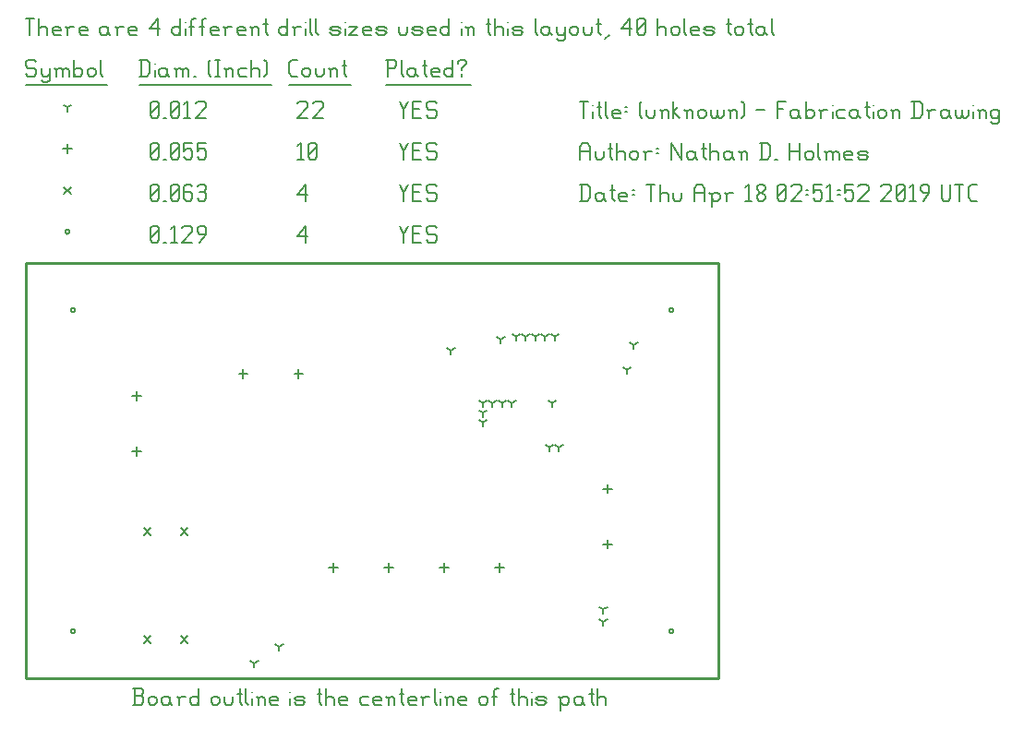
<source format=gbr>
G04 start of page 12 for group -3984 idx -3984 *
G04 Title: (unknown), fab *
G04 Creator: pcb 4.0.2 *
G04 CreationDate: Thu Apr 18 02:51:52 2019 UTC *
G04 For: ndholmes *
G04 Format: Gerber/RS-274X *
G04 PCB-Dimensions (mil): 2500.00 1500.00 *
G04 PCB-Coordinate-Origin: lower left *
%MOIN*%
%FSLAX25Y25*%
%LNFAB*%
%ADD54C,0.0100*%
%ADD53C,0.0075*%
%ADD52C,0.0060*%
%ADD51R,0.0080X0.0080*%
G54D51*X232200Y133000D02*G75*G03X233800Y133000I800J0D01*G01*
G75*G03X232200Y133000I-800J0D01*G01*
X16200Y17000D02*G75*G03X17800Y17000I800J0D01*G01*
G75*G03X16200Y17000I-800J0D01*G01*
Y133000D02*G75*G03X17800Y133000I800J0D01*G01*
G75*G03X16200Y133000I-800J0D01*G01*
X232200Y17000D02*G75*G03X233800Y17000I800J0D01*G01*
G75*G03X232200Y17000I-800J0D01*G01*
X14200Y161250D02*G75*G03X15800Y161250I800J0D01*G01*
G75*G03X14200Y161250I-800J0D01*G01*
G54D52*X135000Y163500D02*X136500Y160500D01*
X138000Y163500D01*
X136500Y160500D02*Y157500D01*
X139800Y160800D02*X142050D01*
X139800Y157500D02*X142800D01*
X139800Y163500D02*Y157500D01*
Y163500D02*X142800D01*
X147600D02*X148350Y162750D01*
X145350Y163500D02*X147600D01*
X144600Y162750D02*X145350Y163500D01*
X144600Y162750D02*Y161250D01*
X145350Y160500D01*
X147600D01*
X148350Y159750D01*
Y158250D01*
X147600Y157500D02*X148350Y158250D01*
X145350Y157500D02*X147600D01*
X144600Y158250D02*X145350Y157500D01*
X98000Y159750D02*X101000Y163500D01*
X98000Y159750D02*X101750D01*
X101000Y163500D02*Y157500D01*
X45000Y158250D02*X45750Y157500D01*
X45000Y162750D02*Y158250D01*
Y162750D02*X45750Y163500D01*
X47250D01*
X48000Y162750D01*
Y158250D01*
X47250Y157500D02*X48000Y158250D01*
X45750Y157500D02*X47250D01*
X45000Y159000D02*X48000Y162000D01*
X49800Y157500D02*X50550D01*
X52350Y162300D02*X53550Y163500D01*
Y157500D01*
X52350D02*X54600D01*
X56400Y162750D02*X57150Y163500D01*
X59400D01*
X60150Y162750D01*
Y161250D01*
X56400Y157500D02*X60150Y161250D01*
X56400Y157500D02*X60150D01*
X62700D02*X64950Y160500D01*
Y162750D02*Y160500D01*
X64200Y163500D02*X64950Y162750D01*
X62700Y163500D02*X64200D01*
X61950Y162750D02*X62700Y163500D01*
X61950Y162750D02*Y161250D01*
X62700Y160500D01*
X64950D01*
X56000Y54200D02*X58400Y51800D01*
X56000D02*X58400Y54200D01*
X42600D02*X45000Y51800D01*
X42600D02*X45000Y54200D01*
X56000Y15200D02*X58400Y12800D01*
X56000D02*X58400Y15200D01*
X42600D02*X45000Y12800D01*
X42600D02*X45000Y15200D01*
X13800Y177450D02*X16200Y175050D01*
X13800D02*X16200Y177450D01*
X135000Y178500D02*X136500Y175500D01*
X138000Y178500D01*
X136500Y175500D02*Y172500D01*
X139800Y175800D02*X142050D01*
X139800Y172500D02*X142800D01*
X139800Y178500D02*Y172500D01*
Y178500D02*X142800D01*
X147600D02*X148350Y177750D01*
X145350Y178500D02*X147600D01*
X144600Y177750D02*X145350Y178500D01*
X144600Y177750D02*Y176250D01*
X145350Y175500D01*
X147600D01*
X148350Y174750D01*
Y173250D01*
X147600Y172500D02*X148350Y173250D01*
X145350Y172500D02*X147600D01*
X144600Y173250D02*X145350Y172500D01*
X98000Y174750D02*X101000Y178500D01*
X98000Y174750D02*X101750D01*
X101000Y178500D02*Y172500D01*
X45000Y173250D02*X45750Y172500D01*
X45000Y177750D02*Y173250D01*
Y177750D02*X45750Y178500D01*
X47250D01*
X48000Y177750D01*
Y173250D01*
X47250Y172500D02*X48000Y173250D01*
X45750Y172500D02*X47250D01*
X45000Y174000D02*X48000Y177000D01*
X49800Y172500D02*X50550D01*
X52350Y173250D02*X53100Y172500D01*
X52350Y177750D02*Y173250D01*
Y177750D02*X53100Y178500D01*
X54600D01*
X55350Y177750D01*
Y173250D01*
X54600Y172500D02*X55350Y173250D01*
X53100Y172500D02*X54600D01*
X52350Y174000D02*X55350Y177000D01*
X59400Y178500D02*X60150Y177750D01*
X57900Y178500D02*X59400D01*
X57150Y177750D02*X57900Y178500D01*
X57150Y177750D02*Y173250D01*
X57900Y172500D01*
X59400Y175800D02*X60150Y175050D01*
X57150Y175800D02*X59400D01*
X57900Y172500D02*X59400D01*
X60150Y173250D01*
Y175050D02*Y173250D01*
X61950Y177750D02*X62700Y178500D01*
X64200D01*
X64950Y177750D01*
X64200Y172500D02*X64950Y173250D01*
X62700Y172500D02*X64200D01*
X61950Y173250D02*X62700Y172500D01*
Y175800D02*X64200D01*
X64950Y177750D02*Y176550D01*
Y175050D02*Y173250D01*
Y175050D02*X64200Y175800D01*
X64950Y176550D02*X64200Y175800D01*
X210000Y50100D02*Y46900D01*
X208400Y48500D02*X211600D01*
X210000Y70100D02*Y66900D01*
X208400Y68500D02*X211600D01*
X111000Y41600D02*Y38400D01*
X109400Y40000D02*X112600D01*
X131000Y41600D02*Y38400D01*
X129400Y40000D02*X132600D01*
X151000Y41600D02*Y38400D01*
X149400Y40000D02*X152600D01*
X171000Y41600D02*Y38400D01*
X169400Y40000D02*X172600D01*
X40000Y103600D02*Y100400D01*
X38400Y102000D02*X41600D01*
X40000Y83600D02*Y80400D01*
X38400Y82000D02*X41600D01*
X98500Y111600D02*Y108400D01*
X96900Y110000D02*X100100D01*
X78500Y111600D02*Y108400D01*
X76900Y110000D02*X80100D01*
X15000Y192850D02*Y189650D01*
X13400Y191250D02*X16600D01*
X135000Y193500D02*X136500Y190500D01*
X138000Y193500D01*
X136500Y190500D02*Y187500D01*
X139800Y190800D02*X142050D01*
X139800Y187500D02*X142800D01*
X139800Y193500D02*Y187500D01*
Y193500D02*X142800D01*
X147600D02*X148350Y192750D01*
X145350Y193500D02*X147600D01*
X144600Y192750D02*X145350Y193500D01*
X144600Y192750D02*Y191250D01*
X145350Y190500D01*
X147600D01*
X148350Y189750D01*
Y188250D01*
X147600Y187500D02*X148350Y188250D01*
X145350Y187500D02*X147600D01*
X144600Y188250D02*X145350Y187500D01*
X98000Y192300D02*X99200Y193500D01*
Y187500D01*
X98000D02*X100250D01*
X102050Y188250D02*X102800Y187500D01*
X102050Y192750D02*Y188250D01*
Y192750D02*X102800Y193500D01*
X104300D01*
X105050Y192750D01*
Y188250D01*
X104300Y187500D02*X105050Y188250D01*
X102800Y187500D02*X104300D01*
X102050Y189000D02*X105050Y192000D01*
X45000Y188250D02*X45750Y187500D01*
X45000Y192750D02*Y188250D01*
Y192750D02*X45750Y193500D01*
X47250D01*
X48000Y192750D01*
Y188250D01*
X47250Y187500D02*X48000Y188250D01*
X45750Y187500D02*X47250D01*
X45000Y189000D02*X48000Y192000D01*
X49800Y187500D02*X50550D01*
X52350Y188250D02*X53100Y187500D01*
X52350Y192750D02*Y188250D01*
Y192750D02*X53100Y193500D01*
X54600D01*
X55350Y192750D01*
Y188250D01*
X54600Y187500D02*X55350Y188250D01*
X53100Y187500D02*X54600D01*
X52350Y189000D02*X55350Y192000D01*
X57150Y193500D02*X60150D01*
X57150D02*Y190500D01*
X57900Y191250D01*
X59400D01*
X60150Y190500D01*
Y188250D01*
X59400Y187500D02*X60150Y188250D01*
X57900Y187500D02*X59400D01*
X57150Y188250D02*X57900Y187500D01*
X61950Y193500D02*X64950D01*
X61950D02*Y190500D01*
X62700Y191250D01*
X64200D01*
X64950Y190500D01*
Y188250D01*
X64200Y187500D02*X64950Y188250D01*
X62700Y187500D02*X64200D01*
X61950Y188250D02*X62700Y187500D01*
X172000Y99500D02*Y97900D01*
Y99500D02*X173387Y100300D01*
X172000Y99500D02*X170613Y100300D01*
X175500Y99500D02*Y97900D01*
Y99500D02*X176887Y100300D01*
X175500Y99500D02*X174113Y100300D01*
X165000Y99500D02*Y97900D01*
Y99500D02*X166387Y100300D01*
X165000Y99500D02*X163613Y100300D01*
X168500Y99500D02*Y97900D01*
Y99500D02*X169887Y100300D01*
X168500Y99500D02*X167113Y100300D01*
X190000Y99500D02*Y97900D01*
Y99500D02*X191387Y100300D01*
X190000Y99500D02*X188613Y100300D01*
X165000Y96000D02*Y94400D01*
Y96000D02*X166387Y96800D01*
X165000Y96000D02*X163613Y96800D01*
X165000Y92500D02*Y90900D01*
Y92500D02*X166387Y93300D01*
X165000Y92500D02*X163613Y93300D01*
X189000Y83500D02*Y81900D01*
Y83500D02*X190387Y84300D01*
X189000Y83500D02*X187613Y84300D01*
X192500Y83500D02*Y81900D01*
Y83500D02*X193887Y84300D01*
X192500Y83500D02*X191113Y84300D01*
X184000Y123500D02*Y121900D01*
Y123500D02*X185387Y124300D01*
X184000Y123500D02*X182613Y124300D01*
X187500Y123500D02*Y121900D01*
Y123500D02*X188887Y124300D01*
X187500Y123500D02*X186113Y124300D01*
X177000Y123500D02*Y121900D01*
Y123500D02*X178387Y124300D01*
X177000Y123500D02*X175613Y124300D01*
X180500Y123500D02*Y121900D01*
Y123500D02*X181887Y124300D01*
X180500Y123500D02*X179113Y124300D01*
X191000Y123500D02*Y121900D01*
Y123500D02*X192387Y124300D01*
X191000Y123500D02*X189613Y124300D01*
X219500Y120500D02*Y118900D01*
Y120500D02*X220887Y121300D01*
X219500Y120500D02*X218113Y121300D01*
X217000Y111500D02*Y109900D01*
Y111500D02*X218387Y112300D01*
X217000Y111500D02*X215613Y112300D01*
X171500Y122500D02*Y120900D01*
Y122500D02*X172887Y123300D01*
X171500Y122500D02*X170113Y123300D01*
X153500Y118500D02*Y116900D01*
Y118500D02*X154887Y119300D01*
X153500Y118500D02*X152113Y119300D01*
X82500Y5500D02*Y3900D01*
Y5500D02*X83887Y6300D01*
X82500Y5500D02*X81113Y6300D01*
X91500Y11500D02*Y9900D01*
Y11500D02*X92887Y12300D01*
X91500Y11500D02*X90113Y12300D01*
X208500Y25000D02*Y23400D01*
Y25000D02*X209887Y25800D01*
X208500Y25000D02*X207113Y25800D01*
X208500Y20500D02*Y18900D01*
Y20500D02*X209887Y21300D01*
X208500Y20500D02*X207113Y21300D01*
X15000Y206250D02*Y204650D01*
Y206250D02*X16387Y207050D01*
X15000Y206250D02*X13613Y207050D01*
X135000Y208500D02*X136500Y205500D01*
X138000Y208500D01*
X136500Y205500D02*Y202500D01*
X139800Y205800D02*X142050D01*
X139800Y202500D02*X142800D01*
X139800Y208500D02*Y202500D01*
Y208500D02*X142800D01*
X147600D02*X148350Y207750D01*
X145350Y208500D02*X147600D01*
X144600Y207750D02*X145350Y208500D01*
X144600Y207750D02*Y206250D01*
X145350Y205500D01*
X147600D01*
X148350Y204750D01*
Y203250D01*
X147600Y202500D02*X148350Y203250D01*
X145350Y202500D02*X147600D01*
X144600Y203250D02*X145350Y202500D01*
X98000Y207750D02*X98750Y208500D01*
X101000D01*
X101750Y207750D01*
Y206250D01*
X98000Y202500D02*X101750Y206250D01*
X98000Y202500D02*X101750D01*
X103550Y207750D02*X104300Y208500D01*
X106550D01*
X107300Y207750D01*
Y206250D01*
X103550Y202500D02*X107300Y206250D01*
X103550Y202500D02*X107300D01*
X45000Y203250D02*X45750Y202500D01*
X45000Y207750D02*Y203250D01*
Y207750D02*X45750Y208500D01*
X47250D01*
X48000Y207750D01*
Y203250D01*
X47250Y202500D02*X48000Y203250D01*
X45750Y202500D02*X47250D01*
X45000Y204000D02*X48000Y207000D01*
X49800Y202500D02*X50550D01*
X52350Y203250D02*X53100Y202500D01*
X52350Y207750D02*Y203250D01*
Y207750D02*X53100Y208500D01*
X54600D01*
X55350Y207750D01*
Y203250D01*
X54600Y202500D02*X55350Y203250D01*
X53100Y202500D02*X54600D01*
X52350Y204000D02*X55350Y207000D01*
X57150Y207300D02*X58350Y208500D01*
Y202500D01*
X57150D02*X59400D01*
X61200Y207750D02*X61950Y208500D01*
X64200D01*
X64950Y207750D01*
Y206250D01*
X61200Y202500D02*X64950Y206250D01*
X61200Y202500D02*X64950D01*
X3000Y223500D02*X3750Y222750D01*
X750Y223500D02*X3000D01*
X0Y222750D02*X750Y223500D01*
X0Y222750D02*Y221250D01*
X750Y220500D01*
X3000D01*
X3750Y219750D01*
Y218250D01*
X3000Y217500D02*X3750Y218250D01*
X750Y217500D02*X3000D01*
X0Y218250D02*X750Y217500D01*
X5550Y220500D02*Y218250D01*
X6300Y217500D01*
X8550Y220500D02*Y216000D01*
X7800Y215250D02*X8550Y216000D01*
X6300Y215250D02*X7800D01*
X5550Y216000D02*X6300Y215250D01*
Y217500D02*X7800D01*
X8550Y218250D01*
X11100Y219750D02*Y217500D01*
Y219750D02*X11850Y220500D01*
X12600D01*
X13350Y219750D01*
Y217500D01*
Y219750D02*X14100Y220500D01*
X14850D01*
X15600Y219750D01*
Y217500D01*
X10350Y220500D02*X11100Y219750D01*
X17400Y223500D02*Y217500D01*
Y218250D02*X18150Y217500D01*
X19650D01*
X20400Y218250D01*
Y219750D02*Y218250D01*
X19650Y220500D02*X20400Y219750D01*
X18150Y220500D02*X19650D01*
X17400Y219750D02*X18150Y220500D01*
X22200Y219750D02*Y218250D01*
Y219750D02*X22950Y220500D01*
X24450D01*
X25200Y219750D01*
Y218250D01*
X24450Y217500D02*X25200Y218250D01*
X22950Y217500D02*X24450D01*
X22200Y218250D02*X22950Y217500D01*
X27000Y223500D02*Y218250D01*
X27750Y217500D01*
X0Y214250D02*X29250D01*
X41750Y223500D02*Y217500D01*
X43700Y223500D02*X44750Y222450D01*
Y218550D01*
X43700Y217500D02*X44750Y218550D01*
X41000Y217500D02*X43700D01*
X41000Y223500D02*X43700D01*
G54D53*X46550Y222000D02*Y221850D01*
G54D52*Y219750D02*Y217500D01*
X50300Y220500D02*X51050Y219750D01*
X48800Y220500D02*X50300D01*
X48050Y219750D02*X48800Y220500D01*
X48050Y219750D02*Y218250D01*
X48800Y217500D01*
X51050Y220500D02*Y218250D01*
X51800Y217500D01*
X48800D02*X50300D01*
X51050Y218250D01*
X54350Y219750D02*Y217500D01*
Y219750D02*X55100Y220500D01*
X55850D01*
X56600Y219750D01*
Y217500D01*
Y219750D02*X57350Y220500D01*
X58100D01*
X58850Y219750D01*
Y217500D01*
X53600Y220500D02*X54350Y219750D01*
X60650Y217500D02*X61400D01*
X65900Y218250D02*X66650Y217500D01*
X65900Y222750D02*X66650Y223500D01*
X65900Y222750D02*Y218250D01*
X68450Y223500D02*X69950D01*
X69200D02*Y217500D01*
X68450D02*X69950D01*
X72500Y219750D02*Y217500D01*
Y219750D02*X73250Y220500D01*
X74000D01*
X74750Y219750D01*
Y217500D01*
X71750Y220500D02*X72500Y219750D01*
X77300Y220500D02*X79550D01*
X76550Y219750D02*X77300Y220500D01*
X76550Y219750D02*Y218250D01*
X77300Y217500D01*
X79550D01*
X81350Y223500D02*Y217500D01*
Y219750D02*X82100Y220500D01*
X83600D01*
X84350Y219750D01*
Y217500D01*
X86150Y223500D02*X86900Y222750D01*
Y218250D01*
X86150Y217500D02*X86900Y218250D01*
X41000Y214250D02*X88700D01*
X96050Y217500D02*X98000D01*
X95000Y218550D02*X96050Y217500D01*
X95000Y222450D02*Y218550D01*
Y222450D02*X96050Y223500D01*
X98000D01*
X99800Y219750D02*Y218250D01*
Y219750D02*X100550Y220500D01*
X102050D01*
X102800Y219750D01*
Y218250D01*
X102050Y217500D02*X102800Y218250D01*
X100550Y217500D02*X102050D01*
X99800Y218250D02*X100550Y217500D01*
X104600Y220500D02*Y218250D01*
X105350Y217500D01*
X106850D01*
X107600Y218250D01*
Y220500D02*Y218250D01*
X110150Y219750D02*Y217500D01*
Y219750D02*X110900Y220500D01*
X111650D01*
X112400Y219750D01*
Y217500D01*
X109400Y220500D02*X110150Y219750D01*
X114950Y223500D02*Y218250D01*
X115700Y217500D01*
X114200Y221250D02*X115700D01*
X95000Y214250D02*X117200D01*
X130750Y223500D02*Y217500D01*
X130000Y223500D02*X133000D01*
X133750Y222750D01*
Y221250D01*
X133000Y220500D02*X133750Y221250D01*
X130750Y220500D02*X133000D01*
X135550Y223500D02*Y218250D01*
X136300Y217500D01*
X140050Y220500D02*X140800Y219750D01*
X138550Y220500D02*X140050D01*
X137800Y219750D02*X138550Y220500D01*
X137800Y219750D02*Y218250D01*
X138550Y217500D01*
X140800Y220500D02*Y218250D01*
X141550Y217500D01*
X138550D02*X140050D01*
X140800Y218250D01*
X144100Y223500D02*Y218250D01*
X144850Y217500D01*
X143350Y221250D02*X144850D01*
X147100Y217500D02*X149350D01*
X146350Y218250D02*X147100Y217500D01*
X146350Y219750D02*Y218250D01*
Y219750D02*X147100Y220500D01*
X148600D01*
X149350Y219750D01*
X146350Y219000D02*X149350D01*
Y219750D02*Y219000D01*
X154150Y223500D02*Y217500D01*
X153400D02*X154150Y218250D01*
X151900Y217500D02*X153400D01*
X151150Y218250D02*X151900Y217500D01*
X151150Y219750D02*Y218250D01*
Y219750D02*X151900Y220500D01*
X153400D01*
X154150Y219750D01*
X157450Y220500D02*Y219750D01*
Y218250D02*Y217500D01*
X155950Y222750D02*Y222000D01*
Y222750D02*X156700Y223500D01*
X158200D01*
X158950Y222750D01*
Y222000D01*
X157450Y220500D02*X158950Y222000D01*
X130000Y214250D02*X160750D01*
X0Y238500D02*X3000D01*
X1500D02*Y232500D01*
X4800Y238500D02*Y232500D01*
Y234750D02*X5550Y235500D01*
X7050D01*
X7800Y234750D01*
Y232500D01*
X10350D02*X12600D01*
X9600Y233250D02*X10350Y232500D01*
X9600Y234750D02*Y233250D01*
Y234750D02*X10350Y235500D01*
X11850D01*
X12600Y234750D01*
X9600Y234000D02*X12600D01*
Y234750D02*Y234000D01*
X15150Y234750D02*Y232500D01*
Y234750D02*X15900Y235500D01*
X17400D01*
X14400D02*X15150Y234750D01*
X19950Y232500D02*X22200D01*
X19200Y233250D02*X19950Y232500D01*
X19200Y234750D02*Y233250D01*
Y234750D02*X19950Y235500D01*
X21450D01*
X22200Y234750D01*
X19200Y234000D02*X22200D01*
Y234750D02*Y234000D01*
X28950Y235500D02*X29700Y234750D01*
X27450Y235500D02*X28950D01*
X26700Y234750D02*X27450Y235500D01*
X26700Y234750D02*Y233250D01*
X27450Y232500D01*
X29700Y235500D02*Y233250D01*
X30450Y232500D01*
X27450D02*X28950D01*
X29700Y233250D01*
X33000Y234750D02*Y232500D01*
Y234750D02*X33750Y235500D01*
X35250D01*
X32250D02*X33000Y234750D01*
X37800Y232500D02*X40050D01*
X37050Y233250D02*X37800Y232500D01*
X37050Y234750D02*Y233250D01*
Y234750D02*X37800Y235500D01*
X39300D01*
X40050Y234750D01*
X37050Y234000D02*X40050D01*
Y234750D02*Y234000D01*
X44550Y234750D02*X47550Y238500D01*
X44550Y234750D02*X48300D01*
X47550Y238500D02*Y232500D01*
X55800Y238500D02*Y232500D01*
X55050D02*X55800Y233250D01*
X53550Y232500D02*X55050D01*
X52800Y233250D02*X53550Y232500D01*
X52800Y234750D02*Y233250D01*
Y234750D02*X53550Y235500D01*
X55050D01*
X55800Y234750D01*
G54D53*X57600Y237000D02*Y236850D01*
G54D52*Y234750D02*Y232500D01*
X59850Y237750D02*Y232500D01*
Y237750D02*X60600Y238500D01*
X61350D01*
X59100Y235500D02*X60600D01*
X63600Y237750D02*Y232500D01*
Y237750D02*X64350Y238500D01*
X65100D01*
X62850Y235500D02*X64350D01*
X67350Y232500D02*X69600D01*
X66600Y233250D02*X67350Y232500D01*
X66600Y234750D02*Y233250D01*
Y234750D02*X67350Y235500D01*
X68850D01*
X69600Y234750D01*
X66600Y234000D02*X69600D01*
Y234750D02*Y234000D01*
X72150Y234750D02*Y232500D01*
Y234750D02*X72900Y235500D01*
X74400D01*
X71400D02*X72150Y234750D01*
X76950Y232500D02*X79200D01*
X76200Y233250D02*X76950Y232500D01*
X76200Y234750D02*Y233250D01*
Y234750D02*X76950Y235500D01*
X78450D01*
X79200Y234750D01*
X76200Y234000D02*X79200D01*
Y234750D02*Y234000D01*
X81750Y234750D02*Y232500D01*
Y234750D02*X82500Y235500D01*
X83250D01*
X84000Y234750D01*
Y232500D01*
X81000Y235500D02*X81750Y234750D01*
X86550Y238500D02*Y233250D01*
X87300Y232500D01*
X85800Y236250D02*X87300D01*
X94500Y238500D02*Y232500D01*
X93750D02*X94500Y233250D01*
X92250Y232500D02*X93750D01*
X91500Y233250D02*X92250Y232500D01*
X91500Y234750D02*Y233250D01*
Y234750D02*X92250Y235500D01*
X93750D01*
X94500Y234750D01*
X97050D02*Y232500D01*
Y234750D02*X97800Y235500D01*
X99300D01*
X96300D02*X97050Y234750D01*
G54D53*X101100Y237000D02*Y236850D01*
G54D52*Y234750D02*Y232500D01*
X102600Y238500D02*Y233250D01*
X103350Y232500D01*
X104850Y238500D02*Y233250D01*
X105600Y232500D01*
X110550D02*X112800D01*
X113550Y233250D01*
X112800Y234000D02*X113550Y233250D01*
X110550Y234000D02*X112800D01*
X109800Y234750D02*X110550Y234000D01*
X109800Y234750D02*X110550Y235500D01*
X112800D01*
X113550Y234750D01*
X109800Y233250D02*X110550Y232500D01*
G54D53*X115350Y237000D02*Y236850D01*
G54D52*Y234750D02*Y232500D01*
X116850Y235500D02*X119850D01*
X116850Y232500D02*X119850Y235500D01*
X116850Y232500D02*X119850D01*
X122400D02*X124650D01*
X121650Y233250D02*X122400Y232500D01*
X121650Y234750D02*Y233250D01*
Y234750D02*X122400Y235500D01*
X123900D01*
X124650Y234750D01*
X121650Y234000D02*X124650D01*
Y234750D02*Y234000D01*
X127200Y232500D02*X129450D01*
X130200Y233250D01*
X129450Y234000D02*X130200Y233250D01*
X127200Y234000D02*X129450D01*
X126450Y234750D02*X127200Y234000D01*
X126450Y234750D02*X127200Y235500D01*
X129450D01*
X130200Y234750D01*
X126450Y233250D02*X127200Y232500D01*
X134700Y235500D02*Y233250D01*
X135450Y232500D01*
X136950D01*
X137700Y233250D01*
Y235500D02*Y233250D01*
X140250Y232500D02*X142500D01*
X143250Y233250D01*
X142500Y234000D02*X143250Y233250D01*
X140250Y234000D02*X142500D01*
X139500Y234750D02*X140250Y234000D01*
X139500Y234750D02*X140250Y235500D01*
X142500D01*
X143250Y234750D01*
X139500Y233250D02*X140250Y232500D01*
X145800D02*X148050D01*
X145050Y233250D02*X145800Y232500D01*
X145050Y234750D02*Y233250D01*
Y234750D02*X145800Y235500D01*
X147300D01*
X148050Y234750D01*
X145050Y234000D02*X148050D01*
Y234750D02*Y234000D01*
X152850Y238500D02*Y232500D01*
X152100D02*X152850Y233250D01*
X150600Y232500D02*X152100D01*
X149850Y233250D02*X150600Y232500D01*
X149850Y234750D02*Y233250D01*
Y234750D02*X150600Y235500D01*
X152100D01*
X152850Y234750D01*
G54D53*X157350Y237000D02*Y236850D01*
G54D52*Y234750D02*Y232500D01*
X159600Y234750D02*Y232500D01*
Y234750D02*X160350Y235500D01*
X161100D01*
X161850Y234750D01*
Y232500D01*
X158850Y235500D02*X159600Y234750D01*
X167100Y238500D02*Y233250D01*
X167850Y232500D01*
X166350Y236250D02*X167850D01*
X169350Y238500D02*Y232500D01*
Y234750D02*X170100Y235500D01*
X171600D01*
X172350Y234750D01*
Y232500D01*
G54D53*X174150Y237000D02*Y236850D01*
G54D52*Y234750D02*Y232500D01*
X176400D02*X178650D01*
X179400Y233250D01*
X178650Y234000D02*X179400Y233250D01*
X176400Y234000D02*X178650D01*
X175650Y234750D02*X176400Y234000D01*
X175650Y234750D02*X176400Y235500D01*
X178650D01*
X179400Y234750D01*
X175650Y233250D02*X176400Y232500D01*
X183900Y238500D02*Y233250D01*
X184650Y232500D01*
X188400Y235500D02*X189150Y234750D01*
X186900Y235500D02*X188400D01*
X186150Y234750D02*X186900Y235500D01*
X186150Y234750D02*Y233250D01*
X186900Y232500D01*
X189150Y235500D02*Y233250D01*
X189900Y232500D01*
X186900D02*X188400D01*
X189150Y233250D01*
X191700Y235500D02*Y233250D01*
X192450Y232500D01*
X194700Y235500D02*Y231000D01*
X193950Y230250D02*X194700Y231000D01*
X192450Y230250D02*X193950D01*
X191700Y231000D02*X192450Y230250D01*
Y232500D02*X193950D01*
X194700Y233250D01*
X196500Y234750D02*Y233250D01*
Y234750D02*X197250Y235500D01*
X198750D01*
X199500Y234750D01*
Y233250D01*
X198750Y232500D02*X199500Y233250D01*
X197250Y232500D02*X198750D01*
X196500Y233250D02*X197250Y232500D01*
X201300Y235500D02*Y233250D01*
X202050Y232500D01*
X203550D01*
X204300Y233250D01*
Y235500D02*Y233250D01*
X206850Y238500D02*Y233250D01*
X207600Y232500D01*
X206100Y236250D02*X207600D01*
X209100Y231000D02*X210600Y232500D01*
X215100Y234750D02*X218100Y238500D01*
X215100Y234750D02*X218850D01*
X218100Y238500D02*Y232500D01*
X220650Y233250D02*X221400Y232500D01*
X220650Y237750D02*Y233250D01*
Y237750D02*X221400Y238500D01*
X222900D01*
X223650Y237750D01*
Y233250D01*
X222900Y232500D02*X223650Y233250D01*
X221400Y232500D02*X222900D01*
X220650Y234000D02*X223650Y237000D01*
X228150Y238500D02*Y232500D01*
Y234750D02*X228900Y235500D01*
X230400D01*
X231150Y234750D01*
Y232500D01*
X232950Y234750D02*Y233250D01*
Y234750D02*X233700Y235500D01*
X235200D01*
X235950Y234750D01*
Y233250D01*
X235200Y232500D02*X235950Y233250D01*
X233700Y232500D02*X235200D01*
X232950Y233250D02*X233700Y232500D01*
X237750Y238500D02*Y233250D01*
X238500Y232500D01*
X240750D02*X243000D01*
X240000Y233250D02*X240750Y232500D01*
X240000Y234750D02*Y233250D01*
Y234750D02*X240750Y235500D01*
X242250D01*
X243000Y234750D01*
X240000Y234000D02*X243000D01*
Y234750D02*Y234000D01*
X245550Y232500D02*X247800D01*
X248550Y233250D01*
X247800Y234000D02*X248550Y233250D01*
X245550Y234000D02*X247800D01*
X244800Y234750D02*X245550Y234000D01*
X244800Y234750D02*X245550Y235500D01*
X247800D01*
X248550Y234750D01*
X244800Y233250D02*X245550Y232500D01*
X253800Y238500D02*Y233250D01*
X254550Y232500D01*
X253050Y236250D02*X254550D01*
X256050Y234750D02*Y233250D01*
Y234750D02*X256800Y235500D01*
X258300D01*
X259050Y234750D01*
Y233250D01*
X258300Y232500D02*X259050Y233250D01*
X256800Y232500D02*X258300D01*
X256050Y233250D02*X256800Y232500D01*
X261600Y238500D02*Y233250D01*
X262350Y232500D01*
X260850Y236250D02*X262350D01*
X266100Y235500D02*X266850Y234750D01*
X264600Y235500D02*X266100D01*
X263850Y234750D02*X264600Y235500D01*
X263850Y234750D02*Y233250D01*
X264600Y232500D01*
X266850Y235500D02*Y233250D01*
X267600Y232500D01*
X264600D02*X266100D01*
X266850Y233250D01*
X269400Y238500D02*Y233250D01*
X270150Y232500D01*
G54D54*X0Y150000D02*Y0D01*
X250000D01*
Y150000D01*
X0D01*
G54D52*X38675Y-9500D02*X41675D01*
X42425Y-8750D01*
Y-6950D02*Y-8750D01*
X41675Y-6200D02*X42425Y-6950D01*
X39425Y-6200D02*X41675D01*
X39425Y-3500D02*Y-9500D01*
X38675Y-3500D02*X41675D01*
X42425Y-4250D01*
Y-5450D01*
X41675Y-6200D02*X42425Y-5450D01*
X44225Y-7250D02*Y-8750D01*
Y-7250D02*X44975Y-6500D01*
X46475D01*
X47225Y-7250D01*
Y-8750D01*
X46475Y-9500D02*X47225Y-8750D01*
X44975Y-9500D02*X46475D01*
X44225Y-8750D02*X44975Y-9500D01*
X51275Y-6500D02*X52025Y-7250D01*
X49775Y-6500D02*X51275D01*
X49025Y-7250D02*X49775Y-6500D01*
X49025Y-7250D02*Y-8750D01*
X49775Y-9500D01*
X52025Y-6500D02*Y-8750D01*
X52775Y-9500D01*
X49775D02*X51275D01*
X52025Y-8750D01*
X55325Y-7250D02*Y-9500D01*
Y-7250D02*X56075Y-6500D01*
X57575D01*
X54575D02*X55325Y-7250D01*
X62375Y-3500D02*Y-9500D01*
X61625D02*X62375Y-8750D01*
X60125Y-9500D02*X61625D01*
X59375Y-8750D02*X60125Y-9500D01*
X59375Y-7250D02*Y-8750D01*
Y-7250D02*X60125Y-6500D01*
X61625D01*
X62375Y-7250D01*
X66875D02*Y-8750D01*
Y-7250D02*X67625Y-6500D01*
X69125D01*
X69875Y-7250D01*
Y-8750D01*
X69125Y-9500D02*X69875Y-8750D01*
X67625Y-9500D02*X69125D01*
X66875Y-8750D02*X67625Y-9500D01*
X71675Y-6500D02*Y-8750D01*
X72425Y-9500D01*
X73925D01*
X74675Y-8750D01*
Y-6500D02*Y-8750D01*
X77225Y-3500D02*Y-8750D01*
X77975Y-9500D01*
X76475Y-5750D02*X77975D01*
X79475Y-3500D02*Y-8750D01*
X80225Y-9500D01*
G54D53*X81725Y-5000D02*Y-5150D01*
G54D52*Y-7250D02*Y-9500D01*
X83975Y-7250D02*Y-9500D01*
Y-7250D02*X84725Y-6500D01*
X85475D01*
X86225Y-7250D01*
Y-9500D01*
X83225Y-6500D02*X83975Y-7250D01*
X88775Y-9500D02*X91025D01*
X88025Y-8750D02*X88775Y-9500D01*
X88025Y-7250D02*Y-8750D01*
Y-7250D02*X88775Y-6500D01*
X90275D01*
X91025Y-7250D01*
X88025Y-8000D02*X91025D01*
Y-7250D02*Y-8000D01*
G54D53*X95525Y-5000D02*Y-5150D01*
G54D52*Y-7250D02*Y-9500D01*
X97775D02*X100025D01*
X100775Y-8750D01*
X100025Y-8000D02*X100775Y-8750D01*
X97775Y-8000D02*X100025D01*
X97025Y-7250D02*X97775Y-8000D01*
X97025Y-7250D02*X97775Y-6500D01*
X100025D01*
X100775Y-7250D01*
X97025Y-8750D02*X97775Y-9500D01*
X106025Y-3500D02*Y-8750D01*
X106775Y-9500D01*
X105275Y-5750D02*X106775D01*
X108275Y-3500D02*Y-9500D01*
Y-7250D02*X109025Y-6500D01*
X110525D01*
X111275Y-7250D01*
Y-9500D01*
X113825D02*X116075D01*
X113075Y-8750D02*X113825Y-9500D01*
X113075Y-7250D02*Y-8750D01*
Y-7250D02*X113825Y-6500D01*
X115325D01*
X116075Y-7250D01*
X113075Y-8000D02*X116075D01*
Y-7250D02*Y-8000D01*
X121325Y-6500D02*X123575D01*
X120575Y-7250D02*X121325Y-6500D01*
X120575Y-7250D02*Y-8750D01*
X121325Y-9500D01*
X123575D01*
X126125D02*X128375D01*
X125375Y-8750D02*X126125Y-9500D01*
X125375Y-7250D02*Y-8750D01*
Y-7250D02*X126125Y-6500D01*
X127625D01*
X128375Y-7250D01*
X125375Y-8000D02*X128375D01*
Y-7250D02*Y-8000D01*
X130925Y-7250D02*Y-9500D01*
Y-7250D02*X131675Y-6500D01*
X132425D01*
X133175Y-7250D01*
Y-9500D01*
X130175Y-6500D02*X130925Y-7250D01*
X135725Y-3500D02*Y-8750D01*
X136475Y-9500D01*
X134975Y-5750D02*X136475D01*
X138725Y-9500D02*X140975D01*
X137975Y-8750D02*X138725Y-9500D01*
X137975Y-7250D02*Y-8750D01*
Y-7250D02*X138725Y-6500D01*
X140225D01*
X140975Y-7250D01*
X137975Y-8000D02*X140975D01*
Y-7250D02*Y-8000D01*
X143525Y-7250D02*Y-9500D01*
Y-7250D02*X144275Y-6500D01*
X145775D01*
X142775D02*X143525Y-7250D01*
X147575Y-3500D02*Y-8750D01*
X148325Y-9500D01*
G54D53*X149825Y-5000D02*Y-5150D01*
G54D52*Y-7250D02*Y-9500D01*
X152075Y-7250D02*Y-9500D01*
Y-7250D02*X152825Y-6500D01*
X153575D01*
X154325Y-7250D01*
Y-9500D01*
X151325Y-6500D02*X152075Y-7250D01*
X156875Y-9500D02*X159125D01*
X156125Y-8750D02*X156875Y-9500D01*
X156125Y-7250D02*Y-8750D01*
Y-7250D02*X156875Y-6500D01*
X158375D01*
X159125Y-7250D01*
X156125Y-8000D02*X159125D01*
Y-7250D02*Y-8000D01*
X163625Y-7250D02*Y-8750D01*
Y-7250D02*X164375Y-6500D01*
X165875D01*
X166625Y-7250D01*
Y-8750D01*
X165875Y-9500D02*X166625Y-8750D01*
X164375Y-9500D02*X165875D01*
X163625Y-8750D02*X164375Y-9500D01*
X169175Y-4250D02*Y-9500D01*
Y-4250D02*X169925Y-3500D01*
X170675D01*
X168425Y-6500D02*X169925D01*
X175625Y-3500D02*Y-8750D01*
X176375Y-9500D01*
X174875Y-5750D02*X176375D01*
X177875Y-3500D02*Y-9500D01*
Y-7250D02*X178625Y-6500D01*
X180125D01*
X180875Y-7250D01*
Y-9500D01*
G54D53*X182675Y-5000D02*Y-5150D01*
G54D52*Y-7250D02*Y-9500D01*
X184925D02*X187175D01*
X187925Y-8750D01*
X187175Y-8000D02*X187925Y-8750D01*
X184925Y-8000D02*X187175D01*
X184175Y-7250D02*X184925Y-8000D01*
X184175Y-7250D02*X184925Y-6500D01*
X187175D01*
X187925Y-7250D01*
X184175Y-8750D02*X184925Y-9500D01*
X193175Y-7250D02*Y-11750D01*
X192425Y-6500D02*X193175Y-7250D01*
X193925Y-6500D01*
X195425D01*
X196175Y-7250D01*
Y-8750D01*
X195425Y-9500D02*X196175Y-8750D01*
X193925Y-9500D02*X195425D01*
X193175Y-8750D02*X193925Y-9500D01*
X200225Y-6500D02*X200975Y-7250D01*
X198725Y-6500D02*X200225D01*
X197975Y-7250D02*X198725Y-6500D01*
X197975Y-7250D02*Y-8750D01*
X198725Y-9500D01*
X200975Y-6500D02*Y-8750D01*
X201725Y-9500D01*
X198725D02*X200225D01*
X200975Y-8750D01*
X204275Y-3500D02*Y-8750D01*
X205025Y-9500D01*
X203525Y-5750D02*X205025D01*
X206525Y-3500D02*Y-9500D01*
Y-7250D02*X207275Y-6500D01*
X208775D01*
X209525Y-7250D01*
Y-9500D01*
X200750Y178500D02*Y172500D01*
X202700Y178500D02*X203750Y177450D01*
Y173550D01*
X202700Y172500D02*X203750Y173550D01*
X200000Y172500D02*X202700D01*
X200000Y178500D02*X202700D01*
X207800Y175500D02*X208550Y174750D01*
X206300Y175500D02*X207800D01*
X205550Y174750D02*X206300Y175500D01*
X205550Y174750D02*Y173250D01*
X206300Y172500D01*
X208550Y175500D02*Y173250D01*
X209300Y172500D01*
X206300D02*X207800D01*
X208550Y173250D01*
X211850Y178500D02*Y173250D01*
X212600Y172500D01*
X211100Y176250D02*X212600D01*
X214850Y172500D02*X217100D01*
X214100Y173250D02*X214850Y172500D01*
X214100Y174750D02*Y173250D01*
Y174750D02*X214850Y175500D01*
X216350D01*
X217100Y174750D01*
X214100Y174000D02*X217100D01*
Y174750D02*Y174000D01*
X218900Y176250D02*X219650D01*
X218900Y174750D02*X219650D01*
X224150Y178500D02*X227150D01*
X225650D02*Y172500D01*
X228950Y178500D02*Y172500D01*
Y174750D02*X229700Y175500D01*
X231200D01*
X231950Y174750D01*
Y172500D01*
X233750Y175500D02*Y173250D01*
X234500Y172500D01*
X236000D01*
X236750Y173250D01*
Y175500D02*Y173250D01*
X241250Y177000D02*Y172500D01*
Y177000D02*X242300Y178500D01*
X243950D01*
X245000Y177000D01*
Y172500D01*
X241250Y175500D02*X245000D01*
X247550Y174750D02*Y170250D01*
X246800Y175500D02*X247550Y174750D01*
X248300Y175500D01*
X249800D01*
X250550Y174750D01*
Y173250D01*
X249800Y172500D02*X250550Y173250D01*
X248300Y172500D02*X249800D01*
X247550Y173250D02*X248300Y172500D01*
X253100Y174750D02*Y172500D01*
Y174750D02*X253850Y175500D01*
X255350D01*
X252350D02*X253100Y174750D01*
X259850Y177300D02*X261050Y178500D01*
Y172500D01*
X259850D02*X262100D01*
X263900Y173250D02*X264650Y172500D01*
X263900Y174450D02*Y173250D01*
Y174450D02*X264950Y175500D01*
X265850D01*
X266900Y174450D01*
Y173250D01*
X266150Y172500D02*X266900Y173250D01*
X264650Y172500D02*X266150D01*
X263900Y176550D02*X264950Y175500D01*
X263900Y177750D02*Y176550D01*
Y177750D02*X264650Y178500D01*
X266150D01*
X266900Y177750D01*
Y176550D01*
X265850Y175500D02*X266900Y176550D01*
X271400Y173250D02*X272150Y172500D01*
X271400Y177750D02*Y173250D01*
Y177750D02*X272150Y178500D01*
X273650D01*
X274400Y177750D01*
Y173250D01*
X273650Y172500D02*X274400Y173250D01*
X272150Y172500D02*X273650D01*
X271400Y174000D02*X274400Y177000D01*
X276200Y177750D02*X276950Y178500D01*
X279200D01*
X279950Y177750D01*
Y176250D01*
X276200Y172500D02*X279950Y176250D01*
X276200Y172500D02*X279950D01*
X281750Y176250D02*X282500D01*
X281750Y174750D02*X282500D01*
X284300Y178500D02*X287300D01*
X284300D02*Y175500D01*
X285050Y176250D01*
X286550D01*
X287300Y175500D01*
Y173250D01*
X286550Y172500D02*X287300Y173250D01*
X285050Y172500D02*X286550D01*
X284300Y173250D02*X285050Y172500D01*
X289100Y177300D02*X290300Y178500D01*
Y172500D01*
X289100D02*X291350D01*
X293150Y176250D02*X293900D01*
X293150Y174750D02*X293900D01*
X295700Y178500D02*X298700D01*
X295700D02*Y175500D01*
X296450Y176250D01*
X297950D01*
X298700Y175500D01*
Y173250D01*
X297950Y172500D02*X298700Y173250D01*
X296450Y172500D02*X297950D01*
X295700Y173250D02*X296450Y172500D01*
X300500Y177750D02*X301250Y178500D01*
X303500D01*
X304250Y177750D01*
Y176250D01*
X300500Y172500D02*X304250Y176250D01*
X300500Y172500D02*X304250D01*
X308750Y177750D02*X309500Y178500D01*
X311750D01*
X312500Y177750D01*
Y176250D01*
X308750Y172500D02*X312500Y176250D01*
X308750Y172500D02*X312500D01*
X314300Y173250D02*X315050Y172500D01*
X314300Y177750D02*Y173250D01*
Y177750D02*X315050Y178500D01*
X316550D01*
X317300Y177750D01*
Y173250D01*
X316550Y172500D02*X317300Y173250D01*
X315050Y172500D02*X316550D01*
X314300Y174000D02*X317300Y177000D01*
X319100Y177300D02*X320300Y178500D01*
Y172500D01*
X319100D02*X321350D01*
X323900D02*X326150Y175500D01*
Y177750D02*Y175500D01*
X325400Y178500D02*X326150Y177750D01*
X323900Y178500D02*X325400D01*
X323150Y177750D02*X323900Y178500D01*
X323150Y177750D02*Y176250D01*
X323900Y175500D01*
X326150D01*
X330650Y178500D02*Y173250D01*
X331400Y172500D01*
X332900D01*
X333650Y173250D01*
Y178500D02*Y173250D01*
X335450Y178500D02*X338450D01*
X336950D02*Y172500D01*
X341300D02*X343250D01*
X340250Y173550D02*X341300Y172500D01*
X340250Y177450D02*Y173550D01*
Y177450D02*X341300Y178500D01*
X343250D01*
X200000Y192000D02*Y187500D01*
Y192000D02*X201050Y193500D01*
X202700D01*
X203750Y192000D01*
Y187500D01*
X200000Y190500D02*X203750D01*
X205550D02*Y188250D01*
X206300Y187500D01*
X207800D01*
X208550Y188250D01*
Y190500D02*Y188250D01*
X211100Y193500D02*Y188250D01*
X211850Y187500D01*
X210350Y191250D02*X211850D01*
X213350Y193500D02*Y187500D01*
Y189750D02*X214100Y190500D01*
X215600D01*
X216350Y189750D01*
Y187500D01*
X218150Y189750D02*Y188250D01*
Y189750D02*X218900Y190500D01*
X220400D01*
X221150Y189750D01*
Y188250D01*
X220400Y187500D02*X221150Y188250D01*
X218900Y187500D02*X220400D01*
X218150Y188250D02*X218900Y187500D01*
X223700Y189750D02*Y187500D01*
Y189750D02*X224450Y190500D01*
X225950D01*
X222950D02*X223700Y189750D01*
X227750Y191250D02*X228500D01*
X227750Y189750D02*X228500D01*
X233000Y193500D02*Y187500D01*
Y193500D02*X236750Y187500D01*
Y193500D02*Y187500D01*
X240800Y190500D02*X241550Y189750D01*
X239300Y190500D02*X240800D01*
X238550Y189750D02*X239300Y190500D01*
X238550Y189750D02*Y188250D01*
X239300Y187500D01*
X241550Y190500D02*Y188250D01*
X242300Y187500D01*
X239300D02*X240800D01*
X241550Y188250D01*
X244850Y193500D02*Y188250D01*
X245600Y187500D01*
X244100Y191250D02*X245600D01*
X247100Y193500D02*Y187500D01*
Y189750D02*X247850Y190500D01*
X249350D01*
X250100Y189750D01*
Y187500D01*
X254150Y190500D02*X254900Y189750D01*
X252650Y190500D02*X254150D01*
X251900Y189750D02*X252650Y190500D01*
X251900Y189750D02*Y188250D01*
X252650Y187500D01*
X254900Y190500D02*Y188250D01*
X255650Y187500D01*
X252650D02*X254150D01*
X254900Y188250D01*
X258200Y189750D02*Y187500D01*
Y189750D02*X258950Y190500D01*
X259700D01*
X260450Y189750D01*
Y187500D01*
X257450Y190500D02*X258200Y189750D01*
X265700Y193500D02*Y187500D01*
X267650Y193500D02*X268700Y192450D01*
Y188550D01*
X267650Y187500D02*X268700Y188550D01*
X264950Y187500D02*X267650D01*
X264950Y193500D02*X267650D01*
X270500Y187500D02*X271250D01*
X275750Y193500D02*Y187500D01*
X279500Y193500D02*Y187500D01*
X275750Y190500D02*X279500D01*
X281300Y189750D02*Y188250D01*
Y189750D02*X282050Y190500D01*
X283550D01*
X284300Y189750D01*
Y188250D01*
X283550Y187500D02*X284300Y188250D01*
X282050Y187500D02*X283550D01*
X281300Y188250D02*X282050Y187500D01*
X286100Y193500D02*Y188250D01*
X286850Y187500D01*
X289100Y189750D02*Y187500D01*
Y189750D02*X289850Y190500D01*
X290600D01*
X291350Y189750D01*
Y187500D01*
Y189750D02*X292100Y190500D01*
X292850D01*
X293600Y189750D01*
Y187500D01*
X288350Y190500D02*X289100Y189750D01*
X296150Y187500D02*X298400D01*
X295400Y188250D02*X296150Y187500D01*
X295400Y189750D02*Y188250D01*
Y189750D02*X296150Y190500D01*
X297650D01*
X298400Y189750D01*
X295400Y189000D02*X298400D01*
Y189750D02*Y189000D01*
X300950Y187500D02*X303200D01*
X303950Y188250D01*
X303200Y189000D02*X303950Y188250D01*
X300950Y189000D02*X303200D01*
X300200Y189750D02*X300950Y189000D01*
X300200Y189750D02*X300950Y190500D01*
X303200D01*
X303950Y189750D01*
X300200Y188250D02*X300950Y187500D01*
X200000Y208500D02*X203000D01*
X201500D02*Y202500D01*
G54D53*X204800Y207000D02*Y206850D01*
G54D52*Y204750D02*Y202500D01*
X207050Y208500D02*Y203250D01*
X207800Y202500D01*
X206300Y206250D02*X207800D01*
X209300Y208500D02*Y203250D01*
X210050Y202500D01*
X212300D02*X214550D01*
X211550Y203250D02*X212300Y202500D01*
X211550Y204750D02*Y203250D01*
Y204750D02*X212300Y205500D01*
X213800D01*
X214550Y204750D01*
X211550Y204000D02*X214550D01*
Y204750D02*Y204000D01*
X216350Y206250D02*X217100D01*
X216350Y204750D02*X217100D01*
X221600Y203250D02*X222350Y202500D01*
X221600Y207750D02*X222350Y208500D01*
X221600Y207750D02*Y203250D01*
X224150Y205500D02*Y203250D01*
X224900Y202500D01*
X226400D01*
X227150Y203250D01*
Y205500D02*Y203250D01*
X229700Y204750D02*Y202500D01*
Y204750D02*X230450Y205500D01*
X231200D01*
X231950Y204750D01*
Y202500D01*
X228950Y205500D02*X229700Y204750D01*
X233750Y208500D02*Y202500D01*
Y204750D02*X236000Y202500D01*
X233750Y204750D02*X235250Y206250D01*
X238550Y204750D02*Y202500D01*
Y204750D02*X239300Y205500D01*
X240050D01*
X240800Y204750D01*
Y202500D01*
X237800Y205500D02*X238550Y204750D01*
X242600D02*Y203250D01*
Y204750D02*X243350Y205500D01*
X244850D01*
X245600Y204750D01*
Y203250D01*
X244850Y202500D02*X245600Y203250D01*
X243350Y202500D02*X244850D01*
X242600Y203250D02*X243350Y202500D01*
X247400Y205500D02*Y203250D01*
X248150Y202500D01*
X248900D01*
X249650Y203250D01*
Y205500D02*Y203250D01*
X250400Y202500D01*
X251150D01*
X251900Y203250D01*
Y205500D02*Y203250D01*
X254450Y204750D02*Y202500D01*
Y204750D02*X255200Y205500D01*
X255950D01*
X256700Y204750D01*
Y202500D01*
X253700Y205500D02*X254450Y204750D01*
X258500Y208500D02*X259250Y207750D01*
Y203250D01*
X258500Y202500D02*X259250Y203250D01*
X263750Y205500D02*X266750D01*
X271250Y208500D02*Y202500D01*
Y208500D02*X274250D01*
X271250Y205800D02*X273500D01*
X278300Y205500D02*X279050Y204750D01*
X276800Y205500D02*X278300D01*
X276050Y204750D02*X276800Y205500D01*
X276050Y204750D02*Y203250D01*
X276800Y202500D01*
X279050Y205500D02*Y203250D01*
X279800Y202500D01*
X276800D02*X278300D01*
X279050Y203250D01*
X281600Y208500D02*Y202500D01*
Y203250D02*X282350Y202500D01*
X283850D01*
X284600Y203250D01*
Y204750D02*Y203250D01*
X283850Y205500D02*X284600Y204750D01*
X282350Y205500D02*X283850D01*
X281600Y204750D02*X282350Y205500D01*
X287150Y204750D02*Y202500D01*
Y204750D02*X287900Y205500D01*
X289400D01*
X286400D02*X287150Y204750D01*
G54D53*X291200Y207000D02*Y206850D01*
G54D52*Y204750D02*Y202500D01*
X293450Y205500D02*X295700D01*
X292700Y204750D02*X293450Y205500D01*
X292700Y204750D02*Y203250D01*
X293450Y202500D01*
X295700D01*
X299750Y205500D02*X300500Y204750D01*
X298250Y205500D02*X299750D01*
X297500Y204750D02*X298250Y205500D01*
X297500Y204750D02*Y203250D01*
X298250Y202500D01*
X300500Y205500D02*Y203250D01*
X301250Y202500D01*
X298250D02*X299750D01*
X300500Y203250D01*
X303800Y208500D02*Y203250D01*
X304550Y202500D01*
X303050Y206250D02*X304550D01*
G54D53*X306050Y207000D02*Y206850D01*
G54D52*Y204750D02*Y202500D01*
X307550Y204750D02*Y203250D01*
Y204750D02*X308300Y205500D01*
X309800D01*
X310550Y204750D01*
Y203250D01*
X309800Y202500D02*X310550Y203250D01*
X308300Y202500D02*X309800D01*
X307550Y203250D02*X308300Y202500D01*
X313100Y204750D02*Y202500D01*
Y204750D02*X313850Y205500D01*
X314600D01*
X315350Y204750D01*
Y202500D01*
X312350Y205500D02*X313100Y204750D01*
X320600Y208500D02*Y202500D01*
X322550Y208500D02*X323600Y207450D01*
Y203550D01*
X322550Y202500D02*X323600Y203550D01*
X319850Y202500D02*X322550D01*
X319850Y208500D02*X322550D01*
X326150Y204750D02*Y202500D01*
Y204750D02*X326900Y205500D01*
X328400D01*
X325400D02*X326150Y204750D01*
X332450Y205500D02*X333200Y204750D01*
X330950Y205500D02*X332450D01*
X330200Y204750D02*X330950Y205500D01*
X330200Y204750D02*Y203250D01*
X330950Y202500D01*
X333200Y205500D02*Y203250D01*
X333950Y202500D01*
X330950D02*X332450D01*
X333200Y203250D01*
X335750Y205500D02*Y203250D01*
X336500Y202500D01*
X337250D01*
X338000Y203250D01*
Y205500D02*Y203250D01*
X338750Y202500D01*
X339500D01*
X340250Y203250D01*
Y205500D02*Y203250D01*
G54D53*X342050Y207000D02*Y206850D01*
G54D52*Y204750D02*Y202500D01*
X344300Y204750D02*Y202500D01*
Y204750D02*X345050Y205500D01*
X345800D01*
X346550Y204750D01*
Y202500D01*
X343550Y205500D02*X344300Y204750D01*
X350600Y205500D02*X351350Y204750D01*
X349100Y205500D02*X350600D01*
X348350Y204750D02*X349100Y205500D01*
X348350Y204750D02*Y203250D01*
X349100Y202500D01*
X350600D01*
X351350Y203250D01*
X348350Y201000D02*X349100Y200250D01*
X350600D01*
X351350Y201000D01*
Y205500D02*Y201000D01*
M02*

</source>
